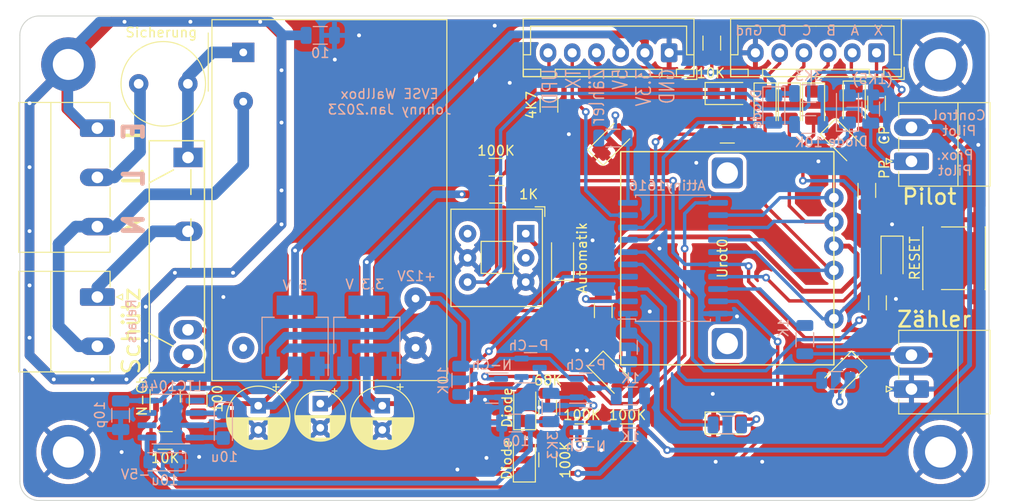
<source format=kicad_pcb>
(kicad_pcb (version 20211014) (generator pcbnew)
  (layers (0 "F.Cu" signal) (31 "B.Cu" signal) (34 "B.Paste" user) (35 "F.Paste" user) (36 "B.SilkS" user "B.Silkscreen") (37 "F.SilkS" user "F.Silkscreen") (38 "B.Mask" user) (39 "F.Mask" user) (44 "Edge.Cuts" user))
  (net 0 "")
  (net 1 "+3V3")
  (net 2 "+12V")
  (net 3 "+5V")
  (net 4 "-5V")
  (net 5 "Net-(Cndc2-Pad1)")
  (net 6 "Net-(Cndc2-Pad2)")
  (net 7 "Net-(Dc0-Pad1)")
  (net 8 "D")
  (net 9 "Net-(Dc1-Pad1)")
  (net 10 "C")
  (net 11 "Net-(Dc2-Pad1)")
  (net 12 "B")
  (net 13 "Net-(Dc3-Pad1)")
  (net 14 "A")
  (net 15 "Net-(DLed0-Pad2)")
  (net 16 "Net-(DLed1-Pad2)")
  (net 17 "Net-(DLed2-Pad2)")
  (net 18 "Net-(DLed3-Pad2)")
  (net 19 "Net-(DLed4-Pad2)")
  (net 20 "Net-(DLed5-Pad2)")
  (net 21 "Net-(DLed6-Pad2)")
  (net 22 "Auto")
  (net 23 "Net-(DLed_auto0-Pad2)")
  (net 24 "PP Read")
  (net 25 "Control Pilot")
  (net 26 "Zähler_ext")
  (net 27 "AC")
  (net 28 "VAC")
  (net 29 "Earth")
  (net 30 "Net-(Jcontrol0-Pad1)")
  (net 31 "Uart_TX")
  (net 32 "UPDI")
  (net 33 "Proximity Pilot")
  (net 35 "Relais")
  (net 36 "Net-(Q2-Pad1)")
  (net 37 "Led0")
  (net 38 "Led1")
  (net 39 "Led2")
  (net 40 "Led3")
  (net 41 "Led4")
  (net 42 "Led5")
  (net 43 "Net-(Qssr0-Pad3)")
  (net 44 "Net-(Qssr2-Pad3)")
  (net 45 "CP-Read")
  (net 46 "Stromzähler")
  (net 47 "Led6")
  (net 48 "Net-(Rreset0-Pad1)")
  (net 49 "Net-(Rpc4-Pad2)")
  (net 51 "Net-(Rssr0-Pad2)")
  (net 52 "Net-(SWAuto0-Pad1)")
  (net 53 "Net-(Q1-Pad1)")
  (net 57 "PWM")
  (net 58 "Net-(Q1-Pad3)")
  (net 60 "/ACL")
  (net 61 "/ACS")
  (net 62 "GND")
  (footprint "Resistor_SMD:R_1206_3216Metric" (layer "F.Cu") (at 121.4 52.8 90)
    (fp_text reference "10K")
    (fp_text value "10K")
  )
  (footprint "Connector_JST:JST_XH_B6B-XH-A_1x06_P2.50mm_Vertical" (layer "F.Cu") (at 138.4 53.8 180)
    (fp_text reference "Jcontrol0" hide)
    (fp_text value "Conn_01x06")
  )
  (footprint "Package_SIP:SIP4_Sharp-SSR_P7.62mm_Straight" (layer "F.Cu") (at 67.35 64.6 -90)
    (fp_text reference "Ussr0" hide)
    (fp_text value "S202S01")
  )
  (footprint "LED_SMD:LED_1206_3216Metric" (layer "F.Cu") (at 106 75 90)
    (fp_text reference "DLed_auto0" hide)
    (fp_text value "LED")
  )
  (footprint "Diode_SMD:D_1206_3216Metric" (layer "F.Cu") (at 102.0625 95.8 90)
    (fp_text reference "Diode")
    (fp_text value "D")
  )
  (footprint "Diode_SMD:D_1206_3216Metric" (layer "F.Cu") (at 102.1 90.4 90)
    (fp_text reference "Diode")
    (fp_text value "D")
  )
  (footprint "Converter_ACDC:Converter_ACDC_MeanWell_IRM-03-xx_THT" (layer "F.Cu") (at 73.0525 53.76)
    (fp_text reference "PSACDC0" hide)
    (fp_text value "IRM-03-12")
  )
  (footprint "Resistor_SMD:R_1206_3216Metric" (layer "F.Cu") (at 104.4625 90.4 -90)
    (fp_text reference "68K")
    (fp_text value "68K")
  )
  (footprint "Connector_Phoenix_MC:PhoenixContact_MC_1,5_2-G-3.5_1x02_P3.50mm_Horizontal" (layer "F.Cu") (at 142 65 90)
    (fp_text reference "J3" hide)
    (fp_text value "Pilot")
  )
  (footprint "Resistor_SMD:R_1206_3216Metric" (layer "F.Cu") (at 138.4 59 -90)
    (fp_text reference "RAuto2" hide)
    (fp_text value "10K")
  )
  (footprint "LED_SMD:LED_1206_3216Metric" (layer "F.Cu") (at 111 87 -45)
    (fp_text reference "Led6" hide)
    (fp_text value "LED")
  )
  (footprint "Resistor_SMD:R_1206_3216Metric" (layer "F.Cu") (at 137.4 68 90)
    (fp_text reference "RLed2" hide)
    (fp_text value "470")
  )
  (footprint "LED_SMD:LED_1206_3216Metric" (layer "F.Cu") (at 140 75 -90)
    (fp_text reference "DLed3" hide)
    (fp_text value "LED")
  )
  (footprint "Capacitor_THT:CP_Radial_D5.0mm_P2.50mm" (layer "F.Cu") (at 81 90 -90)
    (fp_text reference "Cdc0" hide)
    (fp_text value "22u")
  )
  (footprint "MountingHole:MountingHole_3.2mm_M3_DIN965_Pad" (layer "F.Cu") (at 145 95)
    (fp_text reference "H1" hide)
    (fp_text value "MountingHole_Pad")
  )
  (footprint "MountingHole:MountingHole_3.2mm_M3_DIN965_Pad" (layer "F.Cu") (at 55 55)
    (fp_text reference "H0" hide)
    (fp_text value "MountingHole_Pad")
  )
  (footprint "Resistor_SMD:R_1206_3216Metric" (layer "F.Cu") (at 123 62.2)
    (fp_text reference "RLed1" hide)
    (fp_text value "470")
  )
  (footprint "LED_SMD:LED_1206_3216Metric" (layer "F.Cu") (at 123 58)
    (fp_text reference "DLed1" hide)
    (fp_text value "LED")
  )
  (footprint "Capacitor_THT:CP_Radial_D6.3mm_P2.50mm" (layer "F.Cu") (at 87.4 90.217621 -90)
    (fp_text reference "Cdc2" hide)
    (fp_text value "100u")
  )
  (footprint "LED_SMD:LED_1206_3216Metric" (layer "F.Cu") (at 123 92)
    (fp_text reference "DLed5" hide)
    (fp_text value "LED")
  )
  (footprint "MountingHole:MountingHole_3.2mm_M3_DIN965_Pad" (layer "F.Cu") (at 55 95)
    (fp_text reference "H3" hide)
    (fp_text value "MountingHole_Pad")
  )
  (footprint "Resistor_SMD:R_1206_3216Metric" (layer "F.Cu") (at 99.1375 65.6 180)
    (fp_text reference "100K")
    (fp_text value "100K")
  )
  (footprint "custom_parts:PAC18R" (layer "F.Cu") (at 123 75 90)
    (fp_text reference "Urot0")
    (fp_text value "PAC18R")
  )
  (footprint "Button_Switch_SMD:SW_Push_1P1T_NO_6x6mm_H9.5mm" (layer "F.Cu") (at 146.4 75 90)
    (fp_text reference "RESET")
    (fp_text value "SW_Push")
  )
  (footprint "Resistor_SMD:R_1206_3216Metric" (layer "F.Cu") (at 68.4 89.6 90)
    (fp_text reference "100")
    (fp_text value "100")
  )
  (footprint "Diode_SMD:D_1206_3216Metric" (layer "F.Cu") (at 126.9 59.2 -90)
    (fp_text reference "Dc0" hide)
    (fp_text value "D")
  )
  (footprint "Diode_SMD:D_1206_3216Metric" (layer "F.Cu") (at 131.9 59.2 -90)
    (fp_text reference "Dc2" hide)
    (fp_text value "D")
  )
  (footprint "Connector_Phoenix_MC_HighVoltage:PhoenixContact_MC_1,5_2-G-5.08_1x02_P5.08mm_Horizontal" (layer "F.Cu") (at 58 79 -90)
    (fp_text reference "J2" hide)
    (fp_text value "Schütz")
  )
  (footprint "Resistor_SMD:R_1206_3216Metric" (layer "F.Cu") (at 108 93)
    (fp_text reference "100K")
    (fp_text value "100K")
  )
  (footprint "Diode_SMD:D_1206_3216Metric" (layer "F.Cu") (at 136.1 59 -90)
    (fp_text reference "Dc3" hide)
    (fp_text value "D")
  )
  (footprint "Capacitor_THT:CP_Radial_D6.3mm_P2.50mm" (layer "F.Cu") (at 74.6 90.217621 -90)
    (fp_text reference "Cdc1" hide)
    (fp_text value "100u")
  )
  (footprint "Resistor_SMD:R_1206_3216Metric" (layer "F.Cu") (at 138.5 79.6 90)
    (fp_text reference "RLed3" hide)
    (fp_text value "470")
  )
  (footprint "LED_SMD:LED_1206_3216Metric" (layer "F.Cu") (at 135 87 -135)
    (fp_text reference "DLed4" hide)
    (fp_text value "LED")
  )
  (footprint "Fuse:Fuse_Littelfuse_372_D8.50mm" (layer "F.Cu") (at 62.26 57)
    (fp_text reference "Sicherung")
    (fp_text value "100m")
  )
  (footprint "Connector_JST:JST_XH_B6B-XH-A_1x06_P2.50mm_Vertical" (layer "F.Cu") (at 117 53.8 180)
    (fp_text reference "Jcontrol1" hide)
    (fp_text value "Conn_01x06")
  )
  (footprint "LED_SMD:LED_1206_3216Metric" (layer "F.Cu") (at 111 63 45)
    (fp_text reference "DLed0" hide)
    (fp_text value "LED")
  )
  (footprint "Resistor_SMD:R_1206_3216Metric" (layer "F.Cu") (at 112.7 93)
    (fp_text reference "100K")
    (fp_text value "100K")
  )
  (footprint "Connector_Phoenix_MC_HighVoltage:PhoenixContact_MC_1,5_3-G-5.08_1x03_P5.08mm_Horizontal" (layer "F.Cu") (at 58 61.575 -90)
    (fp_text reference "J0" hide)
    (fp_text value "Netz")
  )
  (footprint "Button_Switch_THT:SW_Push_2P2T_Toggle_CK_PVA2xxH1xxxxxxV2" (layer "F.Cu") (at 102.2 72.46 -90)
    (fp_text reference "SWAuto0" hide)
    (fp_text value "SW_Push_DPDT")
  )
  (footprint "Connector_Phoenix_MC:PhoenixContact_MC_1,5_2-G-3.5_1x02_P3.50mm_Horizontal" (layer "F.Cu") (at 142 88.5 90)
    (fp_text reference "J1" hide)
    (fp_text value "Conn_01x02")
  )
  (footprint "LED_SMD:LED_1206_3216Metric" (layer "F.Cu") (at 135 63 -45)
    (fp_text reference "DLed2" hide)
    (fp_text value "LED")
  )
  (footprint "MountingHole:MountingHole_3.2mm_M3_DIN965_Pad" (layer "F.Cu") (at 145 55)
    (fp_text reference "H2" hide)
    (fp_text value "MountingHole_Pad")
  )
  (footprint "Diode_SMD:D_1206_3216Metric" (layer "F.Cu") (at 129.4 59.2 -90)
    (fp_text reference "Dc1" hide)
    (fp_text value "D")
  )
  (footprint "Package_TO_SOT_SMD:SOT-23" (layer "F.Cu") (at 65 89.2 90)
    (fp_text reference "N-Ch")
    (fp_text value "MMBF170")
  )
  (footprint "Resistor_SMD:R_1206_3216Metric" (layer "F.Cu") (at 104.4625 95.8 -90)
    (fp_text reference "100K")
    (fp_text value "100K")
  )
  (footprint "Resistor_SMD:R_1206_3216Metric" (layer "F.Cu") (at 110.2 80.4 -90)
    (fp_text reference "RLed6" hide)
    (fp_text value "470")
  )
  (footprint "Resistor_SMD:R_1206_3216Metric" (layer "F.Cu") (at 65 93.8 180)
    (fp_text reference "10K")
    (fp_text value "10K")
  )
  (footprint "Resistor_SMD:R_1206_3216Metric" (layer "F.Cu") (at 99.2 68.4 180)
    (fp_text reference "1K")
    (fp_text value "1K")
  )
  (footprint "Resistor_SMD:R_1206_3216Metric" (layer "F.Cu") (at 104.6 59.2 90)
    (fp_text reference "4K7")
    (fp_text value "4K7")
  )
  (footprint "Resistor_SMD:R_1206_3216Metric" (layer "B.Cu") (at 81 52)
    (fp_text reference "10")
    (fp_text value "100")
  )
  (footprint "Resistor_SMD:R_1206_3216Metric" (layer "B.Cu") (at 113 91.6)
    (fp_text reference "1K")
    (fp_text value "1K")
  )
  (footprint "Package_TO_SOT_SMD:SOT-223-3_TabPin2" (layer "B.Cu") (at 85.8 83 90)
    (fp_text reference "3.3 V")
    (fp_text value "LM1117-3.3")
  )
  (footprint "Resistor_SMD:R_1206_3216Metric" (layer "B.Cu") (at 131.4 61.2)
    (fp_text reference "10K")
    (fp_text value "4K7")
  )
  (footprint "Resistor_SMD:R_1206_3216Metric" (layer "B.Cu") (at 111.2 62.6 180)
    (fp_text reference "RLed0" hide)
    (fp_text value "470")
  )
  (footprint "Capacitor_Tantalum_SMD:CP_EIA-3216-18_Kemet-A" (layer "B.Cu") (at 71 92.2 -90)
    (fp_text reference "10u")
    (fp_text value "10u")
  )
  (footprint "Diode_SMD:D_1206_3216Metric" (layer "B.Cu") (at 135.4 59.6 90)
    (fp_text reference "Diode")
    (fp_text value "D")
  )
  (footprint "Package_SO:SOIC-8_3.9x4.9mm_P1.27mm" (layer "B.Cu") (at 65.6 91.6 180)
    (fp_text reference "LTC1044")
    (fp_text value "LTC1044")
  )
  (footprint "Capacitor_SMD:C_1206_3216Metric" (layer "B.Cu") (at 112.8 84.2 -90)
    (fp_text reference "Cd0" hide)
    (fp_text value "10p")
  )
  (footprint "Package_TO_SOT_SMD:SOT-23" (layer "B.Cu") (at 98.7 88.4 180)
    (fp_text reference "N-Ch")
    (fp_text value "MMBF170")
  )
  (footprint "Capacitor_Tantalum_SMD:CP_EIA-3216-18_Kemet-A" (layer "B.Cu") (at 64.8 96 180)
    (fp_text reference "10u")
    (fp_text value "10u")
  )
  (footprint "Capacitor_SMD:C_1206_3216Metric" (layer "B.Cu") (at 101.2 92)
    (fp_text reference "10p")
    (fp_text value "10p")
  )
  (footprint "Resistor_SMD:R_1206_3216Metric" (layer "B.Cu") (at 104.8 90.4 -90)
    (fp_text reference "3K3")
    (fp_text value "3k3")
  )
  (footprint "Package_TO_SOT_SMD:SOT-23" (layer "B.Cu") (at 108.4 88.4)
    (fp_text reference "P-Ch")
    (fp_text value "IRLML5203")
  )
  (footprint "Resistor_SMD:R_1206_3216Metric" (layer "B.Cu") (at 95.5 87.6 -90)
    (fp_text reference "10K")
    (fp_text value "10k")
  )
  (footprint "Package_TO_SOT_SMD:SOT-223-3_TabPin2" (layer "B.Cu") (at 78.4 83 90)
    (fp_text reference "5 V")
    (fp_text value "AZ1117-5.0")
  )
  (footprint "Resistor_SMD:R_1206_3216Metric" (layer "B.Cu") (at 134.2 87.6)
    (fp_text reference "RLed4" hide)
    (fp_text value "470")
  )
  (footprint "Resistor_SMD:R_1206_3216Metric" (layer "B.Cu") (at 131.4 58 180)
    (fp_text reference "3K3")
    (fp_text value "3K3")
  )
  (footprint "Resistor_SMD:R_1206_3216Metric" (layer "B.Cu") (at 123 92.2)
    (fp_text reference "RLed5" hide)
    (fp_text value "470")
  )
  (footprint "Capacitor_SMD:C_1206_3216Metric" (layer "B.Cu") (at 60.4 91.2 -90)
    (fp_text reference "10p")
    (fp_text value "10p")
  )
  (footprint "Resistor_SMD:R_1206_3216Metric" (layer "B.Cu") (at 137.8 59.6 -90)
    (fp_text reference "(1K5)")
    (fp_text value "1K5")
  )
  (footprint "Resistor_SMD:R_1206_3216Metric" (layer "B.Cu") (at 131 83.4 90)
    (fp_text reference "1K")
    (fp_text value "1K")
  )
  (footprint "Package_TO_SOT_SMD:SOT-23" (layer "B.Cu") (at 102.7 86.3)
    (fp_text reference "P-Ch")
    (fp_text value "IRLML5203")
  )
  (footprint "Resistor_SMD:R_1206_3216Metric" (layer "B.Cu") (at 113 89.2 180)
    (fp_text reference "1K")
    (fp_text value "1K")
  )
  (footprint "Diode_SMD:D_1206_3216Metric" (layer "B.Cu") (at 127.8 59.6 -90)
    (fp_text reference "Diode")
    (fp_text value "D")
  )
  (footprint "Package_TO_SOT_SMD:SOT-23" (layer "B.Cu") (at 108.4 92)
    (fp_text reference "N-Ch")
    (fp_text value "MMBF170")
  )
  (footprint "Package_SO:SOIC-20W_7.5x12.8mm_P1.27mm" (layer "B.Cu") (at 117.4 75)
    (fp_text reference "Attiny1616")
    (fp_text value "ATtiny1616-S")
  )
  (gr_line (start 50 52) (end 50 98) (layer "Edge.Cuts") (width 0.1))
  (gr_arc (start 50 52) (mid 50.585786 50.585786) (end 52 50) (layer "Edge.Cuts") (width 0.1))
  (gr_line (start 52 50) (end 148 50) (layer "Edge.Cuts") (width 0.1))
  (gr_arc (start 52 100) (mid 50.585786 99.414214) (end 50 98) (layer "Edge.Cuts") (width 0.1))
  (gr_arc (start 148 50) (mid 149.414214 50.585786) (end 150 52) (layer "Edge.Cuts") (width 0.1))
  (gr_line (start 148 100) (end 52 100) (layer "Edge.Cuts") (width 0.1))
  (gr_arc (start 150 98) (mid 149.414214 99.414214) (end 148 100) (layer "Edge.Cuts") (width 0.1))
  (gr_line (start 150 52) (end 150 98) (layer "Edge.Cuts") (width 0.1))
  (gr_text "+12V" (at 90.95 76.85) (layer "B.SilkS") (effects (font (size 1 1)) (justify mirror)))
  (gr_text "Relais" (at 61.5 81.5 90) (layer "B.SilkS") (effects (font (size 1 1)) (justify mirror)))
  (gr_text "Control\nPilot" (at 146.95 61.05) (layer "B.SilkS") (effects (font (size 1 1)) (justify mirror)))
  (gr_text "Prox.\nPilot" (at 146.5 65.15) (layer "B.SilkS") (effects (font (size 1 1)) (justify mirror)))
  (gr_text "-5V" (at 61.95 97.3) (layer "B.SilkS") (effects (font (size 1 1)) (justify mirror)))
  (gr_text "UPDI\nTX\nZähler\n5V\n3.3V\nGND" (at 110.75 55.35 90) (layer "B.SilkS") (effects (font (size 1.5 1.2)) (justify left mirror)))
  (gr_text "EVSE Wallbox\nJohnny Jan.2023" (at 88.15 58.85) (layer "B.SilkS") (effects (font (size 1 1)) (justify mirror)))
  (gr_text "X  A  B  C  D  Gnd" (at 131.45 51.5) (layer "B.SilkS") (effects (font (size 1 1)) (justify mirror)))
  (gr_text "E  L  N" (at 61.75 66.8 90) (layer "B.SilkS") (effects (font (size 2 2) (thickness 0.5)) (justify mirror)))
  (gr_text "Automatik" (at 108 74.95 90) (layer "F.SilkS") (effects (font (size 1 1))))
  (gr_text "Schütz" (at 61.5 82.5 90) (layer "F.SilkS") (effects (font (size 1.8 1.8) (thickness 0.25))))
  (gr_text "Pilot" (at 143.85 68.65) (layer "F.SilkS") (effects (font (size 1.6 1.6) (thickness 0.25))))
  (gr_text "Zähler" (at 144.35 81.3) (layer "F.SilkS") (effects (font (size 1.6 1.6) (thickness 0.25))))
  (gr_text "PP  CP" (at 139.2 64.05 90) (layer "F.SilkS") (effects (font (size 1 1))))
  (gr_text "N  L  E" (at 61.7 66.8 90) (layer "F.SilkS") (effects (font (size 2 2) (thickness 0.35))))
  (segment (start 97.6 97.2) (end 90.4 90) (width 0.5) (layer "F.Cu") (net 1))
  (segment (start 102.125 97.2625) (end 102.0625 97.2) (width 0.35) (layer "F.Cu") (net 1))
  (segment (start 104.4625 97.2625) (end 102.125 97.2625) (width 0.35) (layer "F.Cu") (net 1))
  (segment (start 97.675 65.6) (end 97.675 55.925) (width 0.8) (layer "F.Cu") (net 1))
  (segment (start 90.4 90) (end 87 90) (width 0.5) (layer "F.Cu") (net 1))
  (segment (start 97.7375 65.6625) (end 97.675 65.6) (width 0.8) (layer "F.Cu") (net 1))
  (segment (start 97.675 55.925) (end 101.7 51.9) (width 0.8) (layer "F.Cu") (net 1))
  (segment (start 85.8 88.8) (end 85.8 75.4) (width 0.5) (layer "F.Cu") (net 1))
  (segment (start 95.6 68.4) (end 97.7375 68.4) (width 0.8) (layer "F.Cu") (net 1))
  (segment (start 121.4 54.2625) (end 121.4 55.7) (width 0.35) (layer "F.Cu") (net 1))
  (segment (start 107.6 97.2) (end 104.525 97.2) (width 0.5) (layer "F.Cu") (net 1))
  (segment (start 121.4 55.7) (end 121.3 55.8) (width 0.35) (layer "F.Cu") (net 1))
  (segment (start 104.525 97.2) (end 104.4625 97.2625) (width 0.5) (layer "F.Cu") (net 1))
  (segment (start 87 90) (end 85.8 88.8) (width 0.5) (layer "F.Cu") (net 1))
  (segment (start 101.7 51.9) (end 113.8 51.9) (width 0.8) (layer "F.Cu") (net 1))
  (segment (start 113.8 51.9) (end 114.5 52.6) (width 0.8) (layer "F.Cu") (net 1))
  (segment (start 114.5 52.6) (end 114.5 53.8) (width 0.8) (layer "F.Cu") (net 1))
  (segment (start 97.7375 68.4) (end 97.7375 65.6625) (width 0.8) (layer "F.Cu") (net 1))
  (segment (start 102.0625 97.2) (end 97.6 97.2) (width 0.5) (layer "F.Cu") (net 1))
  (via (at 95.6 68.4) (size 0.8) (drill 0.4) (layers "F.Cu" "B.Cu") (net 1))
  (via (at 85.8 75.4) (size 0.8) (drill 0.4) (layers "F.Cu" "B.Cu") (net 1))
  (via (at 107.6 97.2) (size 0.8) (drill 0.4) (layers "F.Cu" "B.Cu") (net 1))
  (via (at 121.3 55.8) (size 0.8) (drill 0.4) (layers "F.Cu" "B.Cu") (net 1))
  (segment (start 86.417621 90.217621) (end 87.4 90.217621) (width 0.8) (layer "B.Cu") (net 1))
  (segment (start 85.8 75.4) (end 92.6 68.6) (width 0.8) (layer "B.Cu") (net 1))
  (segment (start 85.8 89.6) (end 86.417621 90.217621) (width 0.8) (layer "B.Cu") (net 1))
  (segment (start 112.75 80.715) (end 112.75 82.675) (width 0.5) (layer "B.Cu") (net 1))
  (segment (start 114.6 84) (end 114.6 86.6) (width 0.5) (layer "B.Cu") (net 1))
  (segment (start 113.325 82.725) (end 114.6 84) (width 0.5) (layer "B.Cu") (net 1))
  (segment (start 112.8 82.725) (end 113.325 82.725) (width 0.5) (layer "B.Cu") (net 1))
  (segment (start 129.9375 58) (end 128 58) (width 0.5) (layer "B.Cu") (net 1))
  (segment (start 85.8 86.15) (end 85.8 89.6) (width 0.8) (layer "B.Cu") (net 1))
  (segment (start 127.8 58.2) (end 127.8 56.8) (width 0.5) (layer "B.Cu") (net 1))
  (segment (start 113 88.2) (end 113 92.2) (width 0.5) (layer "B.Cu") (net 1))
  (segment (start 126.8 55.8) (end 121.3 55.8) (width 0.5) (layer "B.Cu") (net 1))
  (segment (start 109.8 97.2) (end 107.6 97.2) (width 0.5) (layer "B.Cu") (net 1))
  (segment (start 114.6 86.6) (end 113.4 87.8) (width 0.5) (layer "B.Cu") (net 1))
  (segment (start 121.3 55.8) (end 115.6 55.8) (width 0.5) (layer "B.Cu") (net 1))
  (segment (start 113 92.2) (end 113 94) (width 0.5) (layer "B.Cu") (net 1))
  (segment (start 115.6 55.8) (end 114.5 54.7) (width 0.5) (layer "B.Cu") (net 1))
  (segment (start 113.4 87.8) (end 113 88.2) (width 0.5) (layer "B.Cu") (net 1))
  (segment (start 85.8 79.85) (end 85.8 75.4) (width 0.8) (layer "B.Cu") (net 1))
  (segment (start 114.5 54.7) (end 114.5 53.8) (width 0.5) (layer "B.Cu") (net 1))
  (segment (start 127.8 56.8) (end 126.8 55.8) (width 0.5) (layer "B.Cu") (net 1))
  (segment (start 128 58) (end 127.8 58.2) (width 0.5) (layer "B.Cu") (net 1))
  (segment (start 113 94) (end 109.8 97.2) (width 0.5) (layer "B.Cu") (net 1))
  (segment (start 92.8 68.4) (end 95.6 68.4) (width 0.8) (layer "B.Cu") (net 1))
  (segment (start 112.75 82.675) (end 112.8 82.725) (width 0.5) (layer "B.Cu") (net 1))
  (segment (start 92.6 68.6) (end 92.8 68.4) (width 0.8) (layer "B.Cu") (net 1))
  (segment (start 95.8 81.6) (end 93.36 79.16) (width 0.5) (layer "B.Cu") (net 2))
  (segment (start 106.75 87.45) (end 107.4625 87.45) (width 0.35) (layer "B.Cu") (net 2))
  (segment (start 76.1 84.3) (end 76.1 86.15) (width 0.8) (layer "B.Cu") (net 2))
  (segment (start 98.7625 86.1375) (end 99.55 85.35) (width 0.35) (layer "B.Cu") (net 2))
  (segment (start 81.8 90) (end 81 90) (width 0.8) (layer "B.Cu") (net 2))
  (segment (start 95.5 86.1375) (end 98.7625 86.1375) (width 0.35) (layer "B.Cu") (net 2))
  (segment (start 93.36 79.16) (end 90.8325 79.16) (width 0.5) (layer "B.Cu") (net 2))
  (segment (start 87.8 83) (end 83.6 83) (width 0.8) (layer "B.Cu") (net 2))
  (segment (start 90.8325 79.16) (end 90.8325 79.9675) (width 0.8) (layer "B.Cu") (net 2))
  (segment (start 83.6 83) (end 77.4 83) (width 0.8) (layer "B.Cu") (net 2))
  (segment (start 99.55 85.35) (end 101.7625 85.35) (width 0.35) (layer "B.Cu") (net 2))
  (segment (start 77.4 83) (end 76.1 84.3) (width 0.8) (layer "B.Cu") (net 2))
  (segment (start 90.8325 79.9675) (end 87.8 83) (width 0.8) (layer "B.Cu") (net 2))
  (segment (start 101.7625 85.35) (end 104.65 85.35) (width 0.35) (layer "B.Cu") (net 2))
  (segment (start 83.5 86.15) (end 83.5 83.1) (width 0.8) (layer "B.Cu") (net 2))
  (segment (start 83.5 86.15) (end 83.5 88.3) (width 0.8) (layer "B.Cu") (net 2))
  (segment (start 83.5 83.1) (end 83.6 83) (width 0.8) (layer "B.Cu") (net 2))
  (segment (start 83.5 88.3) (end 81.8 90) (width 0.8) (layer "B.Cu") (net 2))
  (segment (start 104.65 85.35) (end 106.75 87.45) (width 0.35) (layer "B.Cu") (net 2))
  (segment (start 95.8 86.1375) (end 95.8 81.6) (width 0.5) (layer "B.Cu") (net 2))
  (segment (start 78.4 86.6) (end 78.4 74.2) (width 0.5) (layer "F.Cu") (net 3))
  (segment (start 70.3375 91.0625) (end 71.4 90) (width 0.5) (layer "F.Cu") (net 3))
  (segment (start 68.4 91.0625) (end 70.3375 91.0625) (width 0.5) (layer "F.Cu") (net 3))
  (segment (start 75 90) (end 78.4 86.6) (width 0.5) (layer "F.Cu") (net 3))
  (segment (start 71.4 90) (end 75 90) (width 0.5) (layer "F.Cu") (net 3))
  (via (at 78.4 74.2) (size 0.8) (drill 0.4) (layers "F.Cu" "B.Cu") (net 3))
  (segment (start 64.505 89.695) (end 63.125 89.695) (width 0.5) (layer "B.Cu") (net 3))
  (segment (start 75 90) (end 74 90) (width 0.5) (layer "B.Cu") (net 3))
  (segment (start 112 53) (end 112 53.8) (width 0.8) (layer "B.Cu") (net 3))
  (segment (start 78.4 88) (end 76.182379 90.217621) (width 0.8) (layer "B.Cu") (net 3))
  (segment (start 72.4 88.4) (end 65.8 88.4) (width 0.5) (layer "B.Cu") (net 3))
  (segment (start 65.8 88.4) (end 64.505 89.695) (width 0.5) (layer "B.Cu") (net 3))
  (segment (start 72.4 88.4) (end 74.217621 90.217621) (width 0.5) (layer "B.Cu") (net 3))
  (segment (start 78.4 86.15) (end 78.4 88) (width 0.8) (layer "B.Cu") (net 3))
  (segment (start 74.217621 90.217621) (end 74.6 90.217621) (width 0.5) (layer "B.Cu") (net 3))
  (segment (start 60.43 89.695) (end 60.4 89.725) (width 0.5) (layer "B.Cu") (net 3))
  (segment (start 110.9 51.9) (end 112 53) (width 0.8) (layer "B.Cu") (net 3))
  (segment (start 76.182379 90.217621) (end 74.6 90.217621) (width 0.8) (layer "B.Cu") (net 3))
  (segment (start 63.125 89.695) (end 60.43 89.695) (width 0.5) (layer "B.Cu") (net 3))
  (segment (start 78.4 74.2) (end 100.7 51.9) (width 0.8) (layer "B.Cu") (net 3))
  (segment (start 78.4 79.85) (end 78.4 74.2) (width 0.8) (layer "B.Cu") (net 3))
  (segment (start 100.7 51.9) (end 110.9 51.9) (width 0.8) (layer "B.Cu") (net 3))
  (segment (start 104.8 91.8625) (end 102.8125 91.8625) (width 0.35) (layer "B.Cu") (net 4))
  (segment (start 105.6125 91.05) (end 104.8 91.8625) (width 0.35) (layer "B.Cu") (net 4))
  (segment (start 64.4 98.2) (end 63.45 97.25) (width 0.5) (layer "B.Cu") (net 4))
  (segment (start 107.4625 91.05) (end 105.6125 91.05) (width 0.35) (layer "B.Cu") (net 4))
  (segment (start 63.125 95.675) (end 63.45 96) (width 0.5) (layer "B.Cu") (net 4))
  (segment (start 63.125 93.505) (end 63.125 95.675) (width 0.5) (layer "B.Cu") (net 4))
  (segment (start 102.675 92) (end 102.675 94.725) (width 0.5) (layer "B.Cu") (net 4))
  (segment (start 102.675 94.725) (end 99.2 98.2) (width 0.5) (layer "B.Cu") (net 4))
  (segment (start 99.2 98.2) (end 64.4 98.2) (width 0.5) (layer "B.Cu") (net 4))
  (segment (start 63.45 97.25) (end 63.45 96) (width 0.5) (layer "B.Cu") (net 4))
  (segment (start 102.8125 91.8625) (end 102.675 92) (width 0.35) (layer "B.Cu") (net 4))
  (segment (start 68.075 90.965) (end 70.885 90.965) (width 0.5) (layer "B.Cu") (net 5))
  (segment (start 70.885 90.965) (end 71 90.85) (width 0.5) (layer "B.Cu") (net 5))
  (segment (start 70.955 93.505) (end 71 93.55) (width 0.5) (layer "B.Cu") (net 6))
  (segment (start 68.075 93.505) (end 70.955 93.505) (width 0.5) (layer "B.Cu") (net 6))
  (segment (start 126.9 57.8) (end 126.9 56.4) (width 0.35) (layer "F.Cu") (net 7))
  (segment (start 126.9 56.4) (end 128.4 54.9) (width 0.35) (layer "F.Cu") (net 7))
  (segment (start 128.4 54.9) (end 128.4 53.8) (width 0.35) (layer "F.Cu") (net 7))
  (segment (start 133.65 76.25) (end 134 76.25) (width 0.35) (layer "F.Cu") (net 8))
  (segment (start 126.9 69.5) (end 133.65 76.25) (width 0.35) (layer "F.Cu") (net 8))
  (segment (start 126.9 60.6) (end 126.9 69.5) (width 0.35) (layer "F.Cu") (net 8))
  (segment (start 129.85 76.25) (end 134 76.25) (width 0.35) (layer "B.Cu") (net 8))
  (segment (start 122.05 73.095) (end 126.695 73.095) (width 0.35) (layer "B.Cu") (net 8))
  (segment (start 126.695 73.095) (end 129.85 76.25) (width 0.35) (layer "B.Cu") (net 8))
  (segment (start 129.4 56.7) (end 130.9 55.2) (width 0.35) (layer "F.Cu") (net 9))
  (segment (start 129.4 57.8) (end 129.4 56.7) (width 0.35) (layer "F.Cu") (net 9))
  (segment (start 130.9 55.2) (end 130.9 53.8) (width 0.35) (layer "F.Cu") (net 9))
  (segment (start 131.05 71.25) (end 129.4 69.6) (width 0.35) (layer "F.Cu") (net 10))
  (segment (start 129.4 69.6) (end 129.4 60.6) (width 0.35) (layer "F.Cu") (net 10))
  (segment (start 134 71.25) (end 131.05 71.25) (width 0.35) (layer "F.Cu") (net 10))
  (segment (start 133.95 71.2) (end 134 71.25) (width 0.35) (layer "B.Cu") (net 10))
  (segment (start 122.05 71.825) (end 127.175 71.825) (width 0.35) (layer "B.Cu") (net 10))
  (segment (start 127.175 71.825) (end 127.8 71.2) (width 0.35) (layer "B.Cu") (net 10))
  (segment (start 127.8 71.2) (end 133.95 71.2) (width 0.35) (layer "B.Cu") (net 10))
  (segment (start 131.9 57.8) (end 131.9 56.6) (width 0.35) (layer "F.Cu") (net 11))
  (segment (start 133.4 55.1) (end 133.4 53.8) (width 0.35) (layer "F.Cu") (net 11))
  (segment (start 131.9 56.6) (end 133.4 55.1) (width 0.35) (layer "F.Cu") (net 11))
  (segment (start 130.8 63.4) (end 131.9 62.3) (width 0.35) (layer "F.Cu") (net 12))
  (segment (start 130.8 67) (end 130.8 63.4) (width 0.35) (layer "F.Cu") (net 12))
  (segment (start 131.9 62.3) (end 131.9 60.6) (width 0.35) (layer "F.Cu") (net 12))
  (via (at 130.8 67) (size 0.8) (drill 0.4) (layers "F.Cu" "B.Cu") (net 12))
  (segment (start 136.2 79.05) (end 134 81.25) (width 0.35) (layer "B.Cu") (net 12))
  (segment (start 125.965 74.365) (end 132.85 81.25) (width 0.35) (layer "B.Cu") (net 12))
  (segment (start 135 67) (end 136.2 68.2) (width 0.35) (layer "B.Cu") (net 12))
  (segment (start 132.85 81.25) (end 134 81.25) (width 0.35) (layer "B.Cu") (net 12))
  (segment (start 130.8 67) (end 135 67) (width 0.35) (layer "B.Cu") (net 12))
  (segment (start 122.05 74.365) (end 125.965 74.365) (width 0.35) (layer "B.Cu") (net 12))
  (segment (start 136.2 68.2) (end 136.2 79.05) (width 0.35) (layer "B.Cu") (net 12))
  (segment (start 135.8 55.7) (end 135.8 53.9) (width 0.35) (layer "F.Cu") (net 13))
  (segment (start 136.1 57.6) (end 136.1 56) (width 0.35) (layer "F.Cu") (net 13))
  (segment (start 135.8 53.9) (end 135.9 53.8) (width 0.35) (layer "F.Cu") (net 13))
  (segment (start 136.1 56) (end 135.8 55.7) (width 0.35) (layer "F.Cu") (net 13))
  (segment (start 135.8 62.2) (end 135.8 60.7) (width 0.35) (layer "F.Cu") (net 14))
  (segment (start 134 68.75) (end 134 64) (width 0.35) (layer "F.Cu") (net 14))
  (segment (start 134 64) (end 135.8 62.2) (width 0.35) (layer "F.Cu") (net 14))
  (segment (start 135.8 60.7) (end 136.1 60.4) (width 0.35) (layer "F.Cu") (net 14))
  (segment (start 122.05 70.555) (end 126.645 70.555) (width 0.35) (layer "B.Cu") (net 14))
  (segment (start 126.645 70.555) (end 128.45 68.75) (width 0.35) (layer "B.Cu") (net 14))
  (segment (start 128.45 68.75) (end 134 68.75) (width 0.35) (layer "B.Cu") (net 14))
  (segment (start 111.45 61.470102) (end 111.989949 62.010051) (width 0.35) (layer "F.Cu") (net 15))
  (segment (start 111.45 60.25) (end 111.45 61.470102) (width 0.35) (layer "F.Cu") (net 15))
  (via (at 111.45 60.25) (size 0.8) (drill 0.4) (layers "F.Cu" "B.Cu") (net 15))
  (segment (start 111.4 61.65) (end 111.45 61.6) (width 0.35) (layer "B.Cu") (net 15))
  (segment (start 110.45 62.6) (end 111.4 61.65) (width 0.35) (layer "B.Cu") (net 15))
  (segment (start 111.45 61.6) (end 111.45 60.25) (width 0.35) (layer "B.Cu") (net 15))
  (segment (start 109.7375 62.6) (end 110.45 62.6) (width 0.35) (layer "B.Cu") (net 15))
  (segment (start 124.4625 62.2) (end 124.4625 58.0625) (width 0.35) (layer "F.Cu") (net 16))
  (segment (start 124.4625 58.0625) (end 124.4 58) (width 0.35) (layer "F.Cu") (net 16))
  (segment (start 137.4 65.4) (end 135.989949 63.989949) (width 0.35) (layer "F.Cu") (net 17))
  (segment (start 137.4 66.5375) (end 137.4 65.4) (width 0.35) (layer "F.Cu") (net 17))
  (segment (start 139.2625 78.1375) (end 140 77.4) (width 0.35) (layer "F.Cu") (net 18))
  (segment (start 138.5 78.1375) (end 139.2625 78.1375) (width 0.35) (layer "F.Cu") (net 18))
  (segment (start 140 77.4) (end 140 76.4) (width 0.35) (layer "F.Cu") (net 18))
  (segment (start 134.6 88.579898) (end 134.010051 87.989949) (width 0.35) (layer "F.Cu") (net 19))
  (segment (start 134.6 89.8) (end 134.6 88.579898) (width 0.35) (layer "F.Cu") (net 19))
  (via (at 134.6 89.8) (size 0.8) (drill 0.4) (layers "F.Cu" "B.Cu") (net 19))
  (segment (start 135.6625 87.6) (end 134.6 88.6625) (width 0.35) (layer "B.Cu") (net 19))
  (segment (start 134.6 88.6625) (end 134.6 89.8) (width 0.35) (layer "B.Cu") (net 19))
  (segment (start 124.8 91.6) (end 124.4 92) (width 0.35) (layer "F.Cu") (net 20))
  (segment (start 126 91.6) (end 124.8 91.6) (width 0.35) (layer "F.Cu") (net 20))
  (via (at 126 91.6) (size 0.8) (drill 0.4) (layers "F.Cu" "B.Cu") (net 20))
  (segment (start 124.4625 92.2) (end 125.4 92.2) (width 0.35) (layer "B.Cu") (net 20))
  (segment (start 125.4 92.2) (end 126 91.6) (width 0.35) (layer "B.Cu") (net 20))
  (segment (start 110.2 81.8625) (end 110.2 82.6) (width 0.35) (layer "F.Cu") (net 21))
  (segment (start 112 84.4) (end 112 87.979898) (width 0.35) (layer "F.Cu") (net 21))
  (segment (start 112 87.979898) (end 111.989949 87.989949) (width 0.35) (layer "F.Cu") (net 21))
  (segment (start 110.2 82.6) (end 112 84.4) (width 0.35) (layer "F.Cu") (net 21))
  (segment (start 98.14 77.46) (end 96.2 77.46) (width 0.35) (layer "F.Cu") (net 22))
  (segment (start 101.08 80.4) (end 104.6 80.4) (width 0.35) (layer "F.Cu") (net 22))
  (segment (start 98.14 77.46) (end 101.08 80.4) (width 0.35) (layer "F.Cu") (net 22))
  (segment (start 100.6 65.6) (end 99.2 67) (width 0.35) (layer "F.Cu") (net 22))
  (segment (start 141 57.8625) (end 141 57.6) (width 0.35) (layer "F.Cu") (net 22))
  (segment (start 99.2 76.4) (end 98.14 77.46) (width 0.35) (layer "F.Cu") (net 22))
  (segment (start 99.2 67) (end 99.2 76.4) (width 0.35) (layer "F.Cu") (net 22))
  (segment (start 104.6 80.4) (end 106 79) (width 0.35) (layer "F.Cu") (net 22))
  (segment (start 138.4 60.4625) (end 141 57.8625) (width 0.35) (layer "F.Cu") (net 22))
  (segment (start 106 79) (end 106 76.4) (width 0.35) (layer "F.Cu") (net 22))
  (via (at 141 57.6) (size 0.8) (drill 0.4) (layers "F.Cu" "B.Cu") (net 22))
  (segment (start 131.4 59.2) (end 131.4 56.8) (width 0.35) (layer "B.Cu") (net 22))
  (segment (start 131 59.6) (end 131.4 59.2) (width 0.35) (layer "B.Cu") (net 22))
  (segment (start 99.6 61.8) (end 103.4 58) (width 0.35) (layer "B.Cu") (net 22))
  (segment (start 139.2 55.8) (end 139.4 56) (width 0.35) (layer "B.Cu") (net 22))
  (segment (start 96.2 77.46) (end 97.94 77.46) (width 0.35) (layer "B.Cu") (net 22))
  (segment (start 97.94 77.46) (end 99.6 75.8) (width 0.35) (layer "B.Cu") (net 22))
  (segment (start 131.4 56.8) (end 132.4 55.8) (width 0.35) (layer "B.Cu") (net 22))
  (segment (start 125 58) (end 126.6 59.6) (width 0.35) (layer "B.Cu") (net 22))
  (segment (start 139.4 56) (end 141 57.6) (width 0.35) (layer "B.Cu") (net 22))
  (segment (start 99.6 75.8) (end 99.6 61.8) (width 0.35) (layer "B.Cu") (net 22))
  (segment (start 132.4 55.8) (end 139.2 55.8) (width 0.35) (layer "B.Cu") (net 22))
  (segment (start 103.4 58) (end 125 58) (width 0.35) (layer "B.Cu") (net 22))
  (segment (start 126.6 59.6) (end 131 59.6) (width 0.35) (layer "B.Cu") (net 22))
  (segment (start 100.6625 68.4) (end 104 68.4) (width 0.35) (layer "F.Cu") (net 23))
  (segment (start 104 68.4) (end 106 70.4) (width 0.35) (layer "F.Cu") (net 23))
  (segment (start 106 70.4) (end 106 73.6) (width 0.35) (layer "F.Cu") (net 23))
  (segment (start 114.705 73.095) (end 112.75 73.095) (width 0.35) (layer "B.Cu") (net 24))
  (segment (start 129.9375 61) (end 127.8 61) (width 0.35) (layer "B.Cu") (net 24))
  (segment (start 120 61) (end 116.4 64.6) (width 0.35) (layer "B.Cu") (net 24))
  (segment (start 116.4 64.6) (end 116.4 71.4) (width 0.35) (layer "B.Cu") (net 24))
  (segment (start 129.9375 61) (end 129.9375 61.5375) (width 0.35) (layer "B.Cu") (net 24))
  (segment (start 134.8 63) (end 135.4 62.4) (width 0.35) (layer "B.Cu") (net 24))
  (segment (start 127.8 61) (end 120 61) (width 0.35) (layer "B.Cu") (net 24))
  (segment (start 135.4 62.4) (end 135.4 61) (width 0.35) (layer "B.Cu") (net 24))
  (segment (start 131.4 63) (end 134.8 63) (width 0.35) (layer "B.Cu") (net 24))
  (segment (start 129.9375 61.5375) (end 131.4 63) (width 0.35) (layer "B.Cu") (net 24))
  (segment (start 116.4 71.4) (end 114.705 73.095) (width 0.35) (layer "B.Cu") (net 24))
  (segment (start 113.725 93) (end 115 93) (width 0.5) (layer "F.Cu") (net 25))
  (segment (start 115 93) (end 116.8 94.8) (width 0.5) (layer "F.Cu") (net 25))
  (via (at 116.8 94.8) (size 0.8) (drill 0.4) (layers "F.Cu" "B.Cu") (net 25))
  (segment (start 148 86) (end 148 64.4) (width 0.5) (layer "B.Cu") (net 25))
  (segment (start 148 64.4) (end 145 61.4) (width 0.5) (layer "B.Cu") (net 25))
  (segment (start 142.1 61.4) (end 142 61.5) (width 0.5) (layer "B.Cu") (net 25))
  (segment (start 114.4625 91.6) (end 114.4625 89.4) (width 0.5) (layer "B.Cu") (net 25))
  (segment (start 139.2 94.8) (end 148 86) (width 0.5) (layer "B.Cu") (net 25))
  (segment (start 116.8 94.8) (end 139.2 94.8) (width 0.5) (layer "B.Cu") (net 25))
  (segment (start 114.4625 92.4625) (end 114.4625 91.6) (width 0.5) (layer "B.Cu") (net 25))
  (segment (start 116.8 94.8) (end 114.4625 92.4625) (width 0.5) (layer "B.Cu") (net 25))
  (segment (start 145 61.4) (end 142.1 61.4) (width 0.5) (layer "B.Cu") (net 25))
  (segment (start 119.2 55.1) (end 118.1 56.2) (width 0.5) (layer "F.Cu") (net 26))
  (segment (start 149 53.2) (end 147 51.2) (width 0.5) (layer "F.Cu") (net 26))
  (segment (start 142 85) (end 144.4 85) (width 0.5) (layer "F.Cu") (net 26))
  (segment (start 147 51.2) (end 121.5375 51.2) (width 0.5) (layer "F.Cu") (net 26))
  (segment (start 145.6 83.8) (end 145.6 64.4) (width 0.5) (layer "F.Cu") (net 26))
  (segment (start 119.2 53.5375) (end 121.4 51.3375) (width 0.5) (layer "F.Cu") (net 26))
  (segment (start 121.5375 51.2) (end 121.4 51.3375) (width 0.5) (layer "F.Cu") (net 26))
  (segment (start 119.2 55.1) (end 119.2 53.5375) (width 0.5) (layer "F.Cu") (net 26))
  (segment (start 144.4 85) (end 145.6 83.8) (width 0.5) (layer "F.Cu") (net 26))
  (segment (start 145.6 64.4) (end 149 61) (width 0.5) (layer "F.Cu") (net 26))
  (segment (start 149 61) (end 149 53.2) (width 0.5) (layer "F.Cu") (net 26))
  (segment (start 110.9 56.2) (end 109.5 54.8) (width 0.5) (layer "F.Cu") (net 26))
  (segment (start 109.5 54.8) (end 109.5 53.8) (width 0.5) (layer "F.Cu") (net 26))
  (segment (start 118.1 56.2) (end 110.9 56.2) (width 0.5) (layer "F.Cu") (net 26))
  (segment (start 131 84.8625) (end 141.8625 84.8625) (width 0.35) (layer "B.Cu") (net 26))
  (segment (start 141.8625 84.8625) (end 142 85) (width 0.35) (layer "B.Cu") (net 26))
  (segment (start 67.34 57) (end 67.34 64.59) (width 1.2) (layer "B.Cu") (net 27))
  (segment (start 67.34 56.26) (end 69.84 53.76) (width 1.2) (layer "B.Cu") (net 27))
  (segment (start 67.34 57) (end 67.34 56.26) (width 1.2) (layer "B.Cu") (net 27))
  (segment (start 67.34 64.59) (end 67.35 64.6) (width 1.2) (layer "B.Cu") (net 27))
  (segment (start 69.84 53.76) (end 73.0525 53.76) (width 1.2) (layer "B.Cu") (net 27))
  (segment (start 58 71.735) (end 55.765 71.735) (width 1.2) (layer "B.Cu") (net 28))
  (segment (start 70 68.4) (end 73.0525 65.3475) (width 1.2) (layer "B.Cu") (net 28))
  (segment (start 55.765 71.735) (end 54 73.5) (width 1.2) (layer "B.Cu") (net 28))
  (segment (start 54 73.5) (end 54 82) (width 1.2) (layer "B.Cu") (net 28))
  (segment (start 56.08 84.08) (end 58 84.08) (width 1.2) (layer "B.Cu") (net 28))
  (segment (start 58.1325 71.735) (end 59.865 71.735) (width 1.2) (layer "B.Cu") (net 28))
  (segment (start 59.865 71.735) (end 63.2 68.4) (width 1.2) (layer "B.Cu") (net 28))
  (segment (start 63.2 68.4) (end 70 68.4) (width 1.2) (layer "B.Cu") (net 28))
  (segment (start 54 82) (end 56.08 84.08) (width 1.2) (layer "B.Cu") (net 28))
  (segment (start 73.0525 65.3475) (end 73.0525 58.84) (width 1.2) (layer "B.Cu") (net 28))
  (segment (start 55 55) (end 59.4 50.6) (width 1) (layer "F.Cu") (net 29))
  (segment (start 51.2 58.8) (end 55 55) (width 1) (layer "F.Cu") (net 29))
  (segment (start 77 52) (end 77 68) (width 1) (layer "F.Cu") (net 29))
  (segment (start 56.775 61.575) (end 54.8 59.6) (width 1) (layer "F.Cu") (net 29))
  (segment (start 54.8 59.6) (end 54.8 55.2) (width 1) (layer "F.Cu") (net 29))
  (segment (start 51 85) (end 51 83.2) (width 1) (layer "F.Cu") (net 29))
  (segment (start 77 71.5) (end 72 76.5) (width 1) (layer "F.Cu") (net 29))
  (segment (start 66 76.5) (end 63 79.5) (width 1) (layer "F.Cu") (net 29))
  (segment (start 57.5 87.5) (end 53.5 87.5) (width 1) (layer "F.Cu") (net 29))
  (segment (start 58.1325 61.575) (end 56.775 61.575) (width 1) (layer "F.Cu") (net 29))
  (segment (start 63 79.5) (end 63 85.5) (width 1) (layer "F.Cu") (net 29))
  (segment (start 63 85.5) (end 61 87.5) (width 1) (layer "F.Cu") (net 29))
  (segment (start 77 68) (end 77 71.5) (width 1) (layer "F.Cu") (net 29))
  (segment (start 61 87.5) (end 57.5 87.5) (width 1) (layer "F.Cu") (net 29))
  (segment (start 51 59) (end 51 83.2) (width 1) (layer "F.Cu") (net 29))
  (segment (start 75.6 50.6) (end 77 52) (width 1) (layer "F.Cu") (net 29))
  (segment (start 59.4 50.6) (end 75.6 50.6) (width 1) (layer "F.Cu") (net 29))
  (segment (start 72 76.5) (end 66 76.5) (width 1) (layer "F.Cu") (net 29))
  (segment (start 54.8 55.2) (end 55 55) (width 1) (layer "F.Cu") (net 29))
  (segment (start 53.5 87.5) (end 51 85) (width 1) (layer "F.Cu") (net 29))
  (via (at 63 83.5) (size 0.8) (drill 0.4) (layers "F.Cu" "B.Cu") (net 29))
  (via (at 72 76.5) (size 0.8) (drill 0.4) (layers "F.Cu" "B.Cu") (net 29))
  (via (at 77 68) (size 0.8) (drill 0.4) (layers "F.Cu" "B.Cu") (net 29))
  (via (at 60.8 50.6) (size 0.8) (drill 0.4) (layers "F.Cu" "B.Cu") (net 29))
  (via (at 57.5 87.5) (size 0.8) (drill 0.4) (layers "F.Cu" "B.Cu") (net 29))
  (via (at 74.8 50.6) (size 0.8) (drill 0.4) (layers "F.Cu" "B.Cu") (net 29))
  (via (at 53.5 87.5) (size 0.8) (drill 0.4) (layers "F.Cu" "B.Cu") (net 29))
  (via (at 51 59) (size 0.8) (drill 0.4) (layers "F.Cu" "B.Cu") (net 29))
  (via (at 51 65.6) (size 0.8) (drill 0.4) (layers "F.Cu" "B.Cu") (net 29))
  (via (at 61 87.5) (size 0.8) (drill 0.4) (layers "F.Cu" "B.Cu") (net 29))
  (via (at 51 72.2) (size 0.8) (drill 0.4) (layers "F.Cu" "B.Cu") (net 29))
  (via (at 77 71.5) (size 0.8) (drill 0.4) (layers "F.Cu" "B.Cu") (net 29))
  (via (at 51 83.2) (size 0.8) (drill 0.4) (layers "F.Cu" "B.Cu") (net 29))
  (via (at 51 77.8) (size 0.8) (drill 0.4) (layers "F.Cu" "B.Cu") (net 29))
  (via (at 63 80) (size 0.8) (drill 0.4) (layers "F.Cu" "B.Cu") (net 29))
  (via (at 66 76.5) (size 0.8) (drill 0.4) (layers "F.Cu" "B.Cu") (net 29))
  (via (at 77 61) (size 0.8) (drill 0.4) (layers "F.Cu" "B.Cu") (net 29))
  (via (at 67.6 50.6) (size 0.8) (drill 0.4) (layers "F.Cu" "B.Cu") (net 29))
  (via (at 77 55.6) (size 0.8) (drill 0.4) (layers "F.Cu" "B.Cu") (net 29))
  (segment (start 77.2 52) (end 77 51.8) (width 1) (layer "B.Cu") (net 29))
  (segment (start 55 59.6) (end 55 55) (width 1) (layer "B.Cu") (net 29))
  (segment (start 79.5375 52) (end 77.2 52) (width 1) (layer "B.Cu") (net 29))
  (segment (start 63 83.5) (end 63 85.5) (width 1) (layer "B.Cu") (net 29))
  (segment (start 55 53.8) (end 58.2 50.6) (width 1) (layer "B.Cu") (net 29))
  (segment (start 72 76.5) (end 66 76.5) (width 1) (layer "B.Cu") (net 29))
  (segment (start 51 72.2) (end 51 65.6) (width 1) (layer "B.Cu") (net 29))
  (segment (start 75.8 50.6) (end 77 51.8) (width 1) (layer "B.Cu") (net 29))
  (segment (start 60.8 50.6) (end 67.6 50.6) (width 1) (layer "B.Cu") (net 29))
  (segment (start 66 76.5) (end 63 79.5) (width 1) (layer "B.Cu") (net 29))
  (segment (start 63 85.5) (end 61 87.5) (width 1) (layer "B.Cu") (net 29))
  (segment (start 56.975 61.575) (end 55 59.6) (width 1) (layer "B.Cu") (net 29))
  (segment (start 77 61) (end 77 68) (width 1) (layer "B.Cu") (net 29))
  (segment (start 58.2 50.6) (end 60.8 50.6) (width 1) (layer "B.Cu") (net 29))
  (segment (start 51 59) (end 55 55) (width 1) (layer "B.Cu") (net 29))
  (segment (start 51 85) (end 51 83.2) (width 1) (layer "B.Cu") (net 29))
  (segment (start 55 55) (end 55 53.8) (width 1) (layer "B.Cu") (net 29))
  (segment (start 58.1325 61.575) (end 56.975 61.575) (width 1) (layer "B.Cu") (net 29))
  (segment (start 51 65.6) (end 51 59) (width 1) (layer "B.Cu") (net 29))
  (segment (start 51 77.8) (end 51 72.2) (width 1) (layer "B.Cu") (net 29))
  (segment (start 77 71.5) (end 72 76.5) (width 1) (layer "B.Cu") (net 29))
  (segment (start 74.8 50.6) (end 75.8 50.6) (width 1) (layer "B.Cu") (net 29))
  (segment (start 63 79.5) (end 63 80) (width 1) (layer "B.Cu") (net 29))
  (segment (start 77 55.6) (end 77 61) (width 1) (layer "B.Cu") (net 29))
  (segment (start 51 83.2) (end 51 77.8) (width 1) (layer "B.Cu") (net 29))
  (segment (start 63 80) (end 63 83.5) (width 1) (layer "B.Cu") (net 29))
  (segment (start 77 68) (end 77 71.5) (width 1) (layer "B.Cu") (net 29))
  (segment (start 61 87.5) (end 53.5 87.5) (width 1) (layer "B.Cu") (net 29))
  (segment (start 53.5 87.5) (end 51 85) (width 1) (layer "B.Cu") (net 29))
  (segment (start 77 51.8) (end 77 55.6) (width 1) (layer "B.Cu") (net 29))
  (segment (start 67.6 50.6) (end 74.8 50.6) (width 1) (layer "B.Cu") (net 29))
  (segment (start 138.4 57.5375) (end 138.4 53.8) (width 0.35) (layer "F.Cu") (net 30))
  (segment (start 108.4 59.9) (end 107 58.5) (width 0.35) (layer "F.Cu") (net 31))
  (segment (start 107 58.5) (end 107 53.8) (width 0.35) (layer "F.Cu") (net 31))
  (via (at 108.4 59.9) (size 0.8) (drill 0.4) (layers "F.Cu" "B.Cu") (net 31))
  (segment (start 110.955 70.555) (end 112.75 70.555) (width 0.35) (layer "B.Cu") (net 31))
  (segment (start 108.4 59.9) (end 108.4 68) (width 0.35) (layer "B.Cu") (net 31))
  (segment (start 108.4 68) (end 110.955 70.555) (width 0.35) (layer "B.Cu") (net 31))
  (segment (start 104.6 57.7375) (end 104.6 53.9) (width 0.35) (layer "F.Cu") (net 32))
  (segment (start 104.6 53.9) (end 104.5 53.8) (width 0.35) (layer "F.Cu") (net 32))
  (segment (start 142 65) (end 139.4 65) (width 0.35) (layer "B.Cu") (net 33))
  (segment (start 137.8 60.8) (end 136.6 59.6) (width 0.35) (layer "B.Cu") (net 33))
  (segment (start 136.6 59.6) (end 132.8 59.6) (width 0.35) (layer "B.Cu") (net 33))
  (segment (start 132.8 58.2625) (end 132.8625 58.2) (width 0.35) (layer "B.Cu") (net 33))
  (segment (start 132.8 59.6) (end 132.8 58.2625) (width 0.35) (layer "B.Cu") (net 33))
  (segment (start 139.4 65) (end 137.8 63.4) (width 0.35) (layer "B.Cu") (net 33))
  (segment (start 132.8 59.6) (end 132.8 60.9375) (width 0.35) (layer "B.Cu") (net 33))
  (segment (start 137.8 61.0625) (end 137.8 60.8) (width 0.35) (layer "B.Cu") (net 33))
  (segment (start 132.8 60.9375) (end 132.8625 61) (width 0.35) (layer "B.Cu") (net 33))
  (segment (start 137.8 63.4) (end 137.8 61.0625) (width 0.35) (layer "B.Cu") (net 33))
  (segment (start 63.5375 95.9375) (end 63.5375 93.8) (width 0.35) (layer "F.Cu") (net 35))
  (segment (start 63.5375 93.8) (end 63.5375 92.2625) (width 0.35) (layer "F.Cu") (net 35))
  (segment (start 66.2 98.6) (end 63.5375 95.9375) (width 0.35) (layer "F.Cu") (net 35))
  (segment (start 64.05 91.75) (end 64.05 90.1375) (width 0.35) (layer "F.Cu") (net 35))
  (segment (start 63.5375 92.2625) (end 64.05 91.75) (width 0.35) (layer "F.Cu") (net 35))
  (segment (start 128.2 91.8) (end 121.4 98.6) (width 0.35) (layer "F.Cu") (net 35))
  (segment (start 121.4 98.6) (end 66.2 98.6) (width 0.35) (layer "F.Cu") (net 35))
  (segment (start 128.2 83.6) (end 128.2 91.8) (width 0.35) (layer "F.Cu") (net 35))
  (via (at 128.2 83.6) (size 0.8) (drill 0.4) (layers "F.Cu" "B.Cu") (net 35))
  (segment (start 122.05 79.445) (end 124.045 79.445) (width 0.35) (layer "B.Cu") (net 35))
  (segment (start 125.8 81.2) (end 126 81.4) (width 0.35) (layer "B.Cu") (net 35))
  (segment (start 126 81.4) (end 128.2 83.6) (width 0.35) (layer "B.Cu") (net 35))
  (segment (start 124.045 79.445) (end 125.8 81.2) (width 0.35) (layer "B.Cu") (net 35))
  (segment (start 96.4625 88.4) (end 97.7625 88.4) (width 0.35) (layer "B.Cu") (net 36))
  (segment (start 97.7625 88.4) (end 101.1 88.4) (width 0.35) (layer "B.Cu") (net 36))
  (segment (start 96.4625 88.4) (end 95.8 89.0625) (width 0.35) (layer "B.Cu") (net 36))
  (segment (start 101.7625 87.7375) (end 101.7625 87.25) (width 0.35) (layer "B.Cu") (net 36))
  (segment (start 101.1 88.4) (end 101.7625 87.7375) (width 0.35) (layer "B.Cu") (net 36))
  (segment (start 112.75 69.285) (end 112.75 62.6875) (width 0.35) (layer "B.Cu") (net 37))
  (segment (start 112.75 62.6875) (end 112.6625 62.6) (width 0.35) (layer "B.Cu") (net 37))
  (segment (start 115.6 63) (end 116.4 62.2) (width 0.35) (layer "F.Cu") (net 38))
  (segment (start 116.4 62.2) (end 121.5375 62.2) (width 0.35) (layer "F.Cu") (net 38))
  (via (at 115.6 63) (size 0.8) (drill 0.4) (layers "F.Cu" "B.Cu") (net 38))
  (segment (start 115.2 71) (end 115.6 70.6) (width 0.35) (layer "B.Cu") (net 38))
  (segment (start 115.6 70.6) (end 115.6 63) (width 0.35) (layer "B.Cu") (net 38))
  (segment (start 114.375 71.825) (end 115.2 71) (width 0.35) (layer "B.Cu") (net 38))
  (segment (start 112.75 71.825) (end 114.375 71.825) (width 0.35) (layer "B.Cu") (net 38))
  (segment (start 129.4 79.4) (end 127 77) (width 0.35) (layer "F.Cu") (net 39))
  (segment (start 135.2 79.2) (end 135 79.4) (width 0.35) (layer "F.Cu") (net 39))
  (segment (start 135 79.4) (end 130.6 79.4) (width 0.35) (layer "F.Cu") (net 39))
  (segment (start 137.4 69.4625) (end 137.4 77) (width 0.35) (layer "F.Cu") (net 39))
  (segment (start 137.4 77) (end 135.2 79.2) (width 0.35) (layer "F.Cu") (net 39))
  (segment (start 130.6 79.4) (end 129.4 79.4) (width 0.35) (layer "F.Cu") (net 39))
  (via (at 127 77) (size 0.8) (drill 0.4) (layers "F.Cu" "B.Cu") (net 39))
  (segment (start 127 77) (end 126.905 76.905) (width 0.35) (layer "B.Cu") (net 39))
  (segment (start 126.905 76.905) (end 122.05 76.905) (width 0.35) (layer "B.Cu") (net 39))
  (segment (start 138.5 81.0625) (end 136.9375 81.0625) (width 0.35) (layer "F.Cu") (net 40))
  (segment (start 136.9375 81.0625) (end 136.6 81.4) (width 0.35) (layer "F.Cu") (net 40))
  (via (at 136.6 81.4) (size 0.8) (drill 0.4) (layers "F.Cu" "B.Cu") (net 40))
  (segment (start 119.4 79.2) (end 119.4 84.4) (width 0.35) (layer "B.Cu") (net 40))
  (segment (start 119.4 85.4) (end 120.6 86.6) (width 0.35) (layer "B.Cu") (net 40))
  (segment (start 130.2 83.4) (end 134 83.4) (width 0.35) (layer "B.Cu") (net 40))
  (segment (start 134.6 83.4) (end 136.6 81.4) (width 0.35) (layer "B.Cu") (net 40))
  (segment (start 119.4 84.4) (end 119.4 85.4) (width 0.35) (layer "B.Cu") (net 40))
  (segment (start 114.565 74.365) (end 119 78.8) (width 0.35) (layer "B.Cu") (net 40))
  (segment (start 134 83.4) (end 134.6 83.4) (width 0.35) (layer "B.Cu") (net 40))
  (segment (start 127 86.6) (end 130 83.6) (width 0.35) (layer "B.Cu") (net 40))
  (segment (start 130 83.6) (end 130.2 83.4) (width 0.35) (layer "B.Cu") (net 40))
  (segment (start 120.6 86.6) (end 127 86.6) (width 0.35) (layer "B.Cu") (net 40))
  (segment (start 112.75 74.365) (end 114.565 74.365) (width 0.35) (layer "B.Cu") (net 40))
  (segment (start 119 78.8) (end 119.4 79.2) (width 0.35) (layer "B.Cu") (net 40))
  (segment (start 118.8 87.6) (end 132.7375 87.6) (width 0.35) (layer "B.Cu") (net 41))
  (segment (start 112.75 75.635) (end 114.235 75.635) (width 0.35) (layer "B.Cu") (net 41))
  (segment (start 118 79.4) (end 118 86.8) (width 0.35) (layer "B.Cu") (net 41))
  (segment (start 118 86.8) (end 118.8 87.6) (width 0.35) (layer "B.Cu") (net 41))
  (segment (start 114.235 75.635) (end 118 79.4) (width 0.35) (layer "B.Cu") (net 41))
  (segment (start 116.6 90.6) (end 118.2 92.2) (width 0.35) (layer "B.Cu") (net 42))
  (segment (start 114.775 78.175) (end 116.6 80) (width 0.35) (layer "B.Cu") (net 42))
  (segment (start 116.6 80) (end 116.6 90.6) (width 0.35) (layer "B.Cu") (net 42))
  (segment (start 112.75 78.175) (end 114.775 78.175) (width 0.35) (layer "B.Cu") (net 42))
  (segment (start 118.2 92.2) (end 121.5375 92.2) (width 0.35) (layer "B.Cu") (net 42))
  (segment (start 67.35 85.9125) (end 65 88.2625) (width 0.5) (layer "F.Cu") (net 43))
  (segment (start 67.35 84.92) (end 67.35 85.9125) (width 0.5) (layer "F.Cu") (net 43))
  (segment (start 111.1375 92) (end 111.5375 91.6) (width 0.35) (layer "B.Cu") (net 44))
  (segment (start 109.3375 92) (end 111.1375 92) (width 0.35) (layer "B.Cu") (net 44))
  (segment (start 98.6 91.8) (end 102.2625 91.8) (width 0.35) (layer "F.Cu") (net 45))
  (segment (start 106.4 93) (end 105.0625 94.3375) (width 0.35) (layer "F.Cu") (net 45))
  (segment (start 105.0625 94.3375) (end 104.4625 94.3375) (width 0.35) (layer "F.Cu") (net 45))
  (segment (start 96.6 86.4) (end 96.6 89.8) (width 0.35) (layer "F.Cu") (net 45))
  (segment (start 104.4625 94.3375) (end 102.125 94.3375) (width 0.35) (layer "F.Cu") (net 45))
  (segment (start 102.2625 91.8) (end 104.4 91.8) (width 0.35) (layer "F.Cu") (net 45))
  (segment (start 105.2625 91.8625) (end 106.4 93) (width 0.35) (layer "F.Cu") (net 45))
  (segment (start 104.4625 91.8625) (end 105.2625 91.8625) (width 0.35) (layer "F.Cu") (net 45))
  (segment (start 102.125 94.3375) (end 102.0625 94.4) (width 0.35) (layer "F.Cu") (net 45))
  (segment (start 98.4 84.6) (end 96.6 86.4) (width 0.35) (layer "F.Cu") (net 45))
  (segment (start 104.4 91.8) (end 104.4625 91.8625) (width 0.35) (layer "F.Cu") (net 45))
  (segment (start 96.6 89.8) (end 98.6 91.8) (width 0.35) (layer "F.Cu") (net 45))
  (via (at 98.4 84.6) (size 0.8) (drill 0.4) (layers "F.Cu" "B.Cu") (net 45))
  (segment (start 112.75 76.905) (end 106.095 76.905) (width 0.35) (layer "B.Cu") (net 45))
  (segment (start 106.095 76.905) (end 98.4 84.6) (width 0.35) (layer "B.Cu") (net 45))
  (segment (start 126.375 78.175) (end 130.1375 81.9375) (width 0.35) (layer "B.Cu") (net 46))
  (segment (start 122.05 78.175) (end 126.375 78.175) (width 0.35) (layer "B.Cu") (net 46))
  (segment (start 130.1375 81.9375) (end 131 81.9375) (width 0.35) (layer "B.Cu") (net 46))
  (segment (start 109.9375 79.2) (end 110.2 78.9375) (width 0.35) (layer "F.Cu") (net 47))
  (segment (start 108.4 79.2) (end 109.9375 79.2) (width 0.35) (layer "F.Cu") (net 47))
  (via (at 108.4 79.2) (size 0.8) (drill 0.4) (layers "F.Cu" "B.Cu") (net 47))
  (segment (start 112.75 79.445) (end 108.645 79.445) (width 0.35) (layer "B.Cu") (net 47))
  (segment (start 108.645 79.445) (end 108.4 79.2) (width 0.35) (layer "B.Cu") (net 47))
  (segment (start 138.6 83.2) (end 142.825 78.975) (width 0.35) (layer "F.Cu") (net 48))
  (segment (start 117.4 67) (end 107.5 67) (width 0.35) (layer "F.Cu") (net 48))
  (segment (start 107.5 67) (end 104.6 64.1) (width 0.35) (layer "F.Cu") (net 48))
  (segment (start 131 83.2) (end 138.6 83.2) (width 0.35) (layer "F.Cu") (net 48))
  (segment (start 144.15 78.975) (end 144.15 71.025) (width 0.35) (layer "F.Cu") (net 48))
  (segment (start 125.2 75.8) (end 125.2 77.4) (width 0.35) (layer "F.Cu") (net 48))
  (segment (start 125.2 77.4) (end 131 83.2) (width 0.35) (layer "F.Cu") (net 48))
  (segment (start 104.6 64.1) (end 104.6 60.6625) (width 0.35) (layer "F.Cu") (net 48))
  (segment (start 142.825 78.975) (end 144.15 78.975) (width 0.35) (layer "F.Cu") (net 48))
  (via (at 125.2 75.8) (size 0.8) (drill 0.4) (layers "F.Cu" "B.Cu") (net 48))
  (via (at 117.4 67) (size 0.8) (drill 0.4) (layers "F.Cu" "B.Cu") (net 48))
  (segment (start 117.4 74.4) (end 118.635 75.635) (width 0.35) (layer "B.Cu") (net 48))
  (segment (start 122.05 75.635) (end 125.035 75.635) (width 0.35) (layer "B.Cu") (net 48))
  (segment (start 117.4 67) (end 117.4 74.4) (width 0.35) (layer "B.Cu") (net 48))
  (segment (start 118.635 75.635) (end 122.05 75.635) (width 0.35) (layer "B.Cu") (net 48))
  (segment (start 125.035 75.635) (end 125.2 75.8) (width 0.35) (layer "B.Cu") (net 48))
  (segment (start 109.325 93) (end 110.8 93) (width 0.35) (layer "F.Cu") (net 49))
  (segment (start 69.8 86.7375) (end 68.4 88.1375) (width 0.5) (layer "F.Cu") (net 51))
  (segment (start 68.98 82.38) (end 69.8 83.2) (width 0.5) (layer "F.Cu") (net 51))
  (segment (start 67.35 82.38) (end 68.98 82.38) (width 0.5) (layer "F.Cu") (net 51))
  (segment (start 69.8 83.2) (end 69.8 86.7375) (width 0.5) (layer "F.Cu") (net 51))
  (segment (start 136.4 76.8) (end 136.4 74.6) (width 0.5) (layer "F.Cu") (net 52))
  (segment (start 104.6 75) (end 110.8 75) (width 0.5) (layer "F.Cu") (net 52))
  (segment (start 102.2 72.46) (end 102.2 72.6) (width 0.5) (layer "F.Cu") (net 52))
  (segment (start 125.2 72.8) (end 130.8 78.4) (width 0.5) (layer "F.Cu") (net 52))
  (segment (start 135.55 73.75) (end 134 73.75) (width 0.5) (layer "F.Cu") (net 52))
  (segment (start 136.4 74.6) (end 135.55 73.75) (width 0.5) (layer "F.Cu") (net 52))
  (segment (start 110.8 75) (end 113 72.8) (width 0.5) (layer "F.Cu") (net 52))
  (segment (start 130.8 78.4) (end 134.8 78.4) (width 0.5) (layer "F.Cu") (net 52))
  (segment (start 102.2 72.6) (end 104.6 75) (width 0.5) (layer "F.Cu") (net 52))
  (segment (start 113 72.8) (end 125.2 72.8) (width 0.5) (layer "F.Cu") (net 52))
  (segment (start 134.8 78.4) (end 136.4 76.8) (width 0.5) (layer "F.Cu") (net 52))
  (segment (start 107.8 94.2) (end 107.8 91.6) (width 0.35) (layer "F.Cu") (net 53))
  (segment (start 107.8 91.6) (end 109.2 90.2) (width 0.35) (layer "F.Cu") (net 53))
  (via (at 107.8 94.2) (size 0.8) (drill 0.4) (layers "F.Cu" "B.Cu") (net 53))
  (via (at 109.2 90.2) (size 0.8) (drill 0.4) (layers "F.Cu" "B.Cu") (net 53))
  (segment (start 107.4625 89.35) (end 105.2125 89.35) (width 0.35) (layer "B.Cu") (net 53))
  (segment (start 103.6375 86.8375) (end 104.8 88) (width 0.35) (layer "B.Cu") (net 53))
  (segment (start 107.4625 93.8625) (end 107.8 94.2) (width 0.35) (layer "B.Cu") (net 53))
  (segment (start 105.2125 89.35) (end 104.8 88.9375) (width 0.35) (layer "B.Cu") (net 53))
  (segment (start 107.4625 92.95) (end 107.4625 93.8625) (width 0.35) (layer "B.Cu") (net 53))
  (segment (start 103.6375 86.3) (end 103.6375 86.8375) (width 0.35) (layer "B.Cu") (net 53))
  (segment (start 104.8 88) (end 104.8 88.9375) (width 0.35) (layer "B.Cu") (net 53))
  (segment (start 108.35 89.35) (end 107.4625 89.35) (width 0.35) (layer "B.Cu") (net 53))
  (segment (start 109.2 90.2) (end 108.35 89.35) (width 0.35) (layer "B.Cu") (net 53))
  (segment (start 118.6 85) (end 115.6 88) (width 0.35) (layer "F.Cu") (net 57))
  (segment (start 113.6 90) (end 113.4 90) (width 0.35) (layer "F.Cu") (net 57))
  (segment (start 115.6 88) (end 113.6 90) (width 0.35) (layer "F.Cu") (net 57))
  (segment (start 111 90) (end 109 88) (width 0.35) (layer "F.Cu") (net 57))
  (segment (start 108.2 87.2) (end 98 87.2) (width 0.35) (layer "F.Cu") (net 57))
  (segment (start 113.4 90) (end 111 90) (width 0.35) (layer "F.Cu") (net 57))
  (segment (start 109 88) (end 108.2 87.2) (width 0.35) (layer "F.Cu") (net 57))
  (segment (start 118.6 74) (end 118.6 85) (width 0.35) (layer "F.Cu") (net 57))
  (via (at 98 87.2) (size 0.8) (drill 0.4) (layers "F.Cu" "B.Cu") (net 57))
  (via (at 118.6 74) (size 0.8) (drill 0.4) (layers "F.Cu" "B.Cu") (net 57))
  (segment (start 118.8 70.2) (end 118.6 70.4) (width 0.35) (layer "B.Cu") (net 57))
  (segment (start 98.25 87.45) (end 98 87.2) (width 0.35) (layer "B.Cu") (net 57))
  (segment (start 122.05 69.285) (end 119.715 69.285) (width 0.35) (layer "B.Cu") (net 57))
  (segment (start 118.6 70.4) (end 118.6 74) (width 0.35) (layer "B.Cu") (net 57))
  (segment (start 119.715 69.285) (end 118.8 70.2) (width 0.35) (layer "B.Cu") (net 57))
  (segment (start 99.6375 87.45) (end 98.25 87.45) (width 0.35) (layer "B.Cu") (net 57))
  (segment (start 109.3375 88.4) (end 110.5375 88.4) (width 0.35) (layer "B.Cu") (net 58))
  (segment (start 110.5375 88.4) (end 111.5375 89.4) (width 0.35) (layer "B.Cu") (net 58))
  (segment (start 58.1325 66.655) (end 59.745 66.655) (width 1.2) (layer "B.Cu") (net 60))
  (segment (start 62.4 64) (end 62.4 57.14) (width 1.2) (layer "B.Cu") (net 60))
  (segment (start 59.745 66.655) (end 62.4 64) (width 1.2) (layer "B.Cu") (net 60))
  (segment (start 62.4 57.14) (end 62.26 57) (width 1.2) (layer "B.Cu") (net 60))
  (segment (start 58 78) (end 58 79) (width 1.2) (layer "B.Cu") (net 61))
  (segment (start 63.78 72.22) (end 58 78) (width 1.2) (layer "B.Cu") (net 61))
  (segment (start 63.78 72.22) (end 67.35 72.22) (width 1.2) (layer "B.Cu") (net 61))
  (via (at 121.5 89) (size 0.8) (drill 0.4) (layers "F.Cu" "B.Cu") (net 62))
  (via (at 121.8 96) (size 0.8) (drill 0.4) (layers "F.Cu" "B.Cu") (net 62))
  (via (at 107.5 84.5) (size 0.8) (drill 0.4) (layers "F.Cu" "B.Cu") (net 62))
  (via (at 109.1 73.15) (size 0.8) (drill 0.4) (layers "F.Cu" "B.Cu") (net 62))
  (via (at 140 71.5) (size 0.8) (drill 0.4) (layers "F.Cu" "B.Cu") (net 62))
  (via (at 115 80.5) (size 0.8) (drill 0.4) (layers "F.Cu" "B.Cu") (net 62))
  (via (at 119.8 65.15) (size 0.8) (drill 0.4) (layers "F.Cu" "B.Cu") (net 62))
  (via (at 85 52) (size 0.8) (drill 0.4) (layers "F.Cu" "B.Cu") (net 62))
  (via (at 116 74) (size 0.8) (drill 0.4) (layers "F.Cu" "B.Cu") (net 62))
  (via (at 60.5 95) (size 0.8) (drill 0.4) (layers "F.Cu" "B.Cu") (net 62))
  (via (at 100.55 56.9) (size 0.8) (drill 0.4) (layers "F.Cu" "B.Cu") (net 62))
  (via (at 103.6 90.4) (size 0.8) (drill 0.4) (layers "F.Cu" "B.Cu") (net 62))
  (via (at 68.5 95.5) (size 0.8) (drill 0.4) (layers "F.Cu" "B.Cu") (net 62))
  (via (at 95.15 96.8) (size 0.8) (drill 0.4) (layers "F.Cu" "B.Cu") (net 62))
  (via (at 140.4 79.2) (size 0.8) (drill 0.4) (layers "F.Cu" "B.Cu") (net 62))
  (via (at 71 79) (size 0.8) (drill 0.4) (layers "F.Cu" "B.Cu") (net 62))
  (via (at 108.5 84.5) (size 0.8) (drill 0.4) (layers "F.Cu" "B.Cu") (net 62))
  (via (at 99 51) (size 0.8) (drill 0.4) (layers "F.Cu" "B.Cu") (net 62))
  (via (at 98 89.6) (size 0.8) (drill 0.4) (layers "F.Cu" "B.Cu") (net 62))
  (via (at 124 81) (size 0.8) (drill 0.4) (layers "F.Cu" "B.Cu") (net 62))
  (via (at 148.9 63.3) (size 0.8) (drill 0.4) (layers "F.Cu" "B.Cu") (net 62))
  (via (at 139.2 62.6) (size 0.8) (drill 0.4) (layers "F.Cu" "B.Cu") (net 62))
  (via (at 98.15 95.6) (size 0.8) (drill 0.4) (layers "F.Cu" "B.Cu") (net 62))
  (via (at 132.4 65) (size 0.8) (drill 0.4) (layers "F.Cu" "B.Cu") (net 62))
  (via (at 126.6 96) (size 0.8) (drill 0.4) (layers "F.Cu" "B.Cu") (net 62))
  (via (at 82.5 54.5) (size 0.8) (drill 0.4) (layers "F.Cu" "B.Cu") (net 62))
  (via (at 110 94.8) (size 0.8) (drill 0.4) (layers "F.Cu" "B.Cu") (net 62))
  (via (at 106.65 62.2) (size 0.8) (drill 0.4) (layers "F.Cu" "B.Cu") (net 62))
  (zone (net 62) (net_name "GND") (layer "F.Cu") (connect_pads (clearance 0.35)) (min_thickness 0.254) (fill yes (thermal_gap 0.508) (thermal_bridge_width 0.508))
    (polygon (pts (xy 150 100) (xy 50 100) (xy 50 85) (xy 60 85) (xy 77 68) (xy 77 50) (xy 150 50)))
  )
  (zone (net 62) (net_name "GND") (layer "B.Cu") (connect_pads (clearance 0.35)) (min_thickness 0.254) (fill yes (thermal_gap 0.508) (thermal_bridge_width 0.508))
    (polygon (pts (xy 150 100) (xy 50 100) (xy 50 85) (xy 60 85) (xy 77 68) (xy 77 50) (xy 150 50)))
  )
)
</source>
